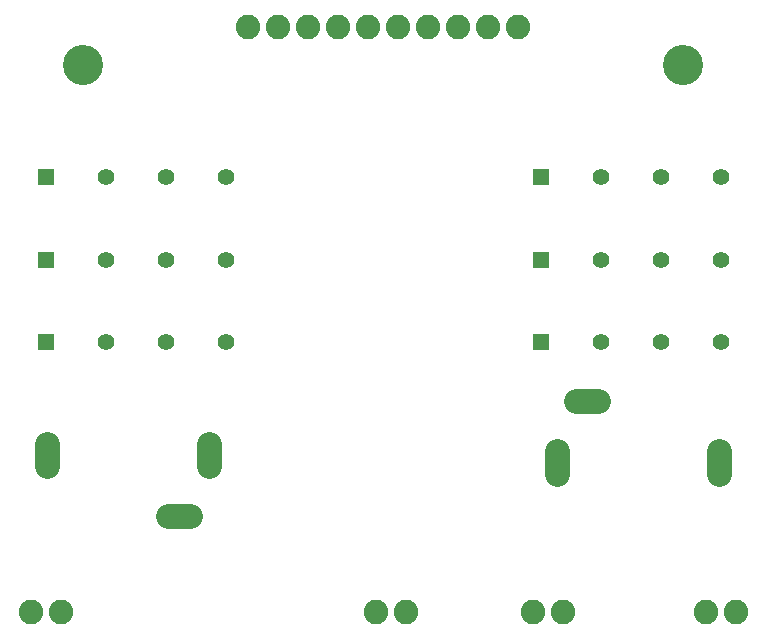
<source format=gbr>
G04 EAGLE Gerber RS-274X export*
G75*
%MOMM*%
%FSLAX34Y34*%
%LPD*%
%INSoldermask Top*%
%IPPOS*%
%AMOC8*
5,1,8,0,0,1.08239X$1,22.5*%
G01*
%ADD10C,2.082800*%
%ADD11C,2.103200*%
%ADD12R,1.412800X1.412800*%
%ADD13C,1.412800*%
%ADD14C,3.403200*%


D10*
X203200Y514350D03*
X228600Y514350D03*
X254000Y514350D03*
X279400Y514350D03*
X304800Y514350D03*
X330200Y514350D03*
X355600Y514350D03*
X381000Y514350D03*
X406400Y514350D03*
X431800Y514350D03*
D11*
X602100Y155550D02*
X602100Y136550D01*
X465100Y136550D02*
X465100Y155550D01*
X480600Y198050D02*
X499600Y198050D01*
X32900Y161900D02*
X32900Y142900D01*
X169900Y142900D02*
X169900Y161900D01*
X154400Y100400D02*
X135400Y100400D01*
D12*
X31750Y387350D03*
D13*
X82550Y387350D03*
X133350Y387350D03*
X184150Y387350D03*
D12*
X450850Y387350D03*
D13*
X501650Y387350D03*
X552450Y387350D03*
X603250Y387350D03*
D12*
X31750Y317500D03*
D13*
X82550Y317500D03*
X133350Y317500D03*
X184150Y317500D03*
D12*
X450850Y317500D03*
D13*
X501650Y317500D03*
X552450Y317500D03*
X603250Y317500D03*
D12*
X31750Y247650D03*
D13*
X82550Y247650D03*
X133350Y247650D03*
X184150Y247650D03*
D12*
X450850Y247650D03*
D13*
X501650Y247650D03*
X552450Y247650D03*
X603250Y247650D03*
D10*
X336550Y19050D03*
X311150Y19050D03*
X19050Y19050D03*
X44450Y19050D03*
X615950Y19050D03*
X590550Y19050D03*
D14*
X63500Y482600D03*
X571500Y482600D03*
D10*
X469900Y19050D03*
X444500Y19050D03*
M02*

</source>
